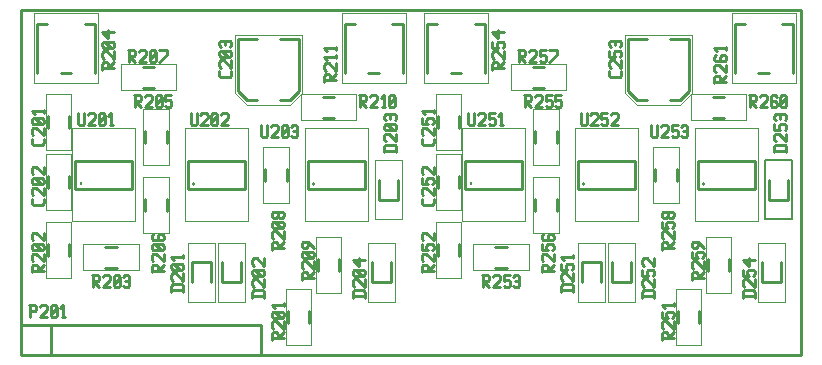
<source format=gbr>
G04 start of page 8 for group -4079 idx -4079 *
G04 Title: 26.006.01.01.01, topsilk *
G04 Creator: pcb 20100929 *
G04 CreationDate: Sat Mar 21 19:35:30 2015 UTC *
G04 For: bert *
G04 Format: Gerber/RS-274X *
G04 PCB-Dimensions: 260000 115000 *
G04 PCB-Coordinate-Origin: lower left *
%MOIN*%
%FSLAX25Y25*%
%LNFRONTSILK*%
%ADD11C,0.0100*%
%ADD32C,0.0000*%
%ADD33C,0.0050*%
G54D11*X0Y0D02*X260000D01*
Y115000D01*
X0D01*
Y0D01*
X230532Y78957D02*X234468D01*
X230532Y86043D02*X234468D01*
G54D32*X223226Y78207D02*X241774D01*
X223226Y86793D02*X241774D01*
Y78207D01*
X223226Y86793D02*Y78207D01*
G54D11*X202342Y105158D02*X208626D01*
X202342D02*Y87842D01*
X205342Y84842D01*
X208626D01*
X216374Y105158D02*X222658D01*
Y87842D01*
X219658Y84842D01*
X216374D02*X219658D01*
G54D32*X201342Y106658D02*X223658D01*
X205342Y83342D02*X219658D01*
X223658Y106658D02*Y87342D01*
X219658Y83342D01*
X201342Y106658D02*Y87342D01*
X205342Y83342D01*
G54D11*X237855Y110374D02*Y93839D01*
X257145Y110374D02*Y93839D01*
X237855Y110374D02*X241300D01*
X257145D02*X253700D01*
X249300Y93839D02*X245700D01*
G54D32*X236855Y113767D02*Y90733D01*
X258145Y113767D02*Y90733D01*
X236855Y113767D02*X258145D01*
Y90733D02*X236855D01*
G54D11*X186851Y30846D02*Y24154D01*
X193149Y30846D02*Y24154D01*
X186851Y30846D02*X193149D01*
G54D32*X185473Y37342D02*X194527D01*
X185473Y17658D02*X194527D01*
Y37342D02*Y17658D01*
X185473Y37342D02*Y17658D01*
G54D11*X203149Y30846D02*Y24154D01*
X196851Y30846D02*Y24154D01*
X203149D01*
G54D32*X195473Y17658D02*X204527D01*
X195473Y37342D02*X204527D01*
X195473D02*Y17658D01*
X204527Y37342D02*Y17658D01*
G54D11*X253149Y30846D02*Y24154D01*
X246851Y30846D02*Y24154D01*
X253149D01*
G54D32*X245473Y17658D02*X254527D01*
X245473Y37342D02*X254527D01*
X245473D02*Y17658D01*
X254527Y37342D02*Y17658D01*
G54D11*X255649Y58346D02*Y51654D01*
X249351Y58346D02*Y51654D01*
X255649D01*
G54D33*X247973Y45158D02*X257027D01*
X247973Y64842D02*X257027D01*
X247973D02*Y45158D01*
X257027Y64842D02*Y45158D01*
G54D11*X228957Y31968D02*Y28032D01*
X236043Y31968D02*Y28032D01*
G54D32*X228207Y39274D02*Y20726D01*
X236793Y39274D02*Y20726D01*
X228207D02*X236793D01*
X228207Y39274D02*X236793D01*
G54D11*X225500Y55276D02*X244500D01*
Y64724D02*Y55276D01*
X225500Y64724D02*X244500D01*
X225500D02*Y55276D01*
G54D32*X224500Y44500D02*X245500D01*
Y75500D02*Y44500D01*
X224500Y75500D02*X245500D01*
X224500D02*Y44500D01*
G54D11*X227500Y56900D02*G75*G03X227500Y56900I0J100D01*G01*
X218957Y14468D02*Y10532D01*
X226043Y14468D02*Y10532D01*
G54D32*X218207Y21774D02*Y3226D01*
X226793Y21774D02*Y3226D01*
X218207D02*X226793D01*
X218207Y21774D02*X226793D01*
G54D11*X211457Y61968D02*Y58032D01*
X218543Y61968D02*Y58032D01*
G54D32*X210707Y69274D02*Y50726D01*
X219293Y69274D02*Y50726D01*
X210707D02*X219293D01*
X210707Y69274D02*X219293D01*
G54D11*X185500Y55276D02*X204500D01*
Y64724D02*Y55276D01*
X185500Y64724D02*X204500D01*
X185500D02*Y55276D01*
G54D32*X184500Y44500D02*X205500D01*
Y75500D02*Y44500D01*
X184500Y75500D02*X205500D01*
X184500D02*Y44500D01*
G54D11*X187500Y56900D02*G75*G03X187500Y56900I0J100D01*G01*
X8957Y36968D02*Y33032D01*
X16043Y36968D02*Y33032D01*
G54D32*X8207Y44274D02*Y25726D01*
X16793Y44274D02*Y25726D01*
X8207D02*X16793D01*
X8207Y44274D02*X16793D01*
G54D11*X28032Y36043D02*X31968D01*
X28032Y28957D02*X31968D01*
G54D32*X20726Y36793D02*X39274D01*
X20726Y28207D02*X39274D01*
X20726D02*Y36793D01*
X39274Y28207D02*Y36793D01*
G54D11*X80000Y10000D02*Y0D01*
X0Y10000D02*X80000D01*
X0Y0D02*X80000D01*
X10000Y10000D02*Y0D01*
X0Y10000D02*Y0D01*
X88957Y14468D02*Y10532D01*
X96043Y14468D02*Y10532D01*
G54D32*X88207Y21774D02*Y3226D01*
X96793Y21774D02*Y3226D01*
X88207D02*X96793D01*
X88207Y21774D02*X96793D01*
G54D11*X8957Y79468D02*Y75532D01*
X16043Y79468D02*Y75532D01*
G54D32*X8207Y86774D02*Y68226D01*
X16793Y86774D02*Y68226D01*
X8207D02*X16793D01*
X8207Y86774D02*X16793D01*
G54D11*X18000Y55276D02*X37000D01*
Y64724D02*Y55276D01*
X18000Y64724D02*X37000D01*
X18000D02*Y55276D01*
G54D32*X17000Y44500D02*X38000D01*
Y75500D02*Y44500D01*
X17000Y75500D02*X38000D01*
X17000D02*Y44500D01*
G54D11*X20000Y56900D02*G75*G03X20000Y56900I0J100D01*G01*
X16043Y59468D02*Y55532D01*
X8957Y59468D02*Y55532D01*
G54D32*X16793Y66774D02*Y48226D01*
X8207Y66774D02*Y48226D01*
Y66774D02*X16793D01*
X8207Y48226D02*X16793D01*
G54D11*X5355Y110374D02*Y93839D01*
X24645Y110374D02*Y93839D01*
X5355Y110374D02*X8800D01*
X24645D02*X21200D01*
X16800Y93839D02*X13200D01*
G54D32*X4355Y113767D02*Y90733D01*
X25645Y113767D02*Y90733D01*
X4355Y113767D02*X25645D01*
Y90733D02*X4355D01*
G54D11*X55500Y55276D02*X74500D01*
Y64724D02*Y55276D01*
X55500Y64724D02*X74500D01*
X55500D02*Y55276D01*
G54D32*X54500Y44500D02*X75500D01*
Y75500D02*Y44500D01*
X54500Y75500D02*X75500D01*
X54500D02*Y44500D01*
G54D11*X57500Y56900D02*G75*G03X57500Y56900I0J100D01*G01*
X73149Y30846D02*Y24154D01*
X66851Y30846D02*Y24154D01*
X73149D01*
G54D32*X65473Y17658D02*X74527D01*
X65473Y37342D02*X74527D01*
X65473D02*Y17658D01*
X74527Y37342D02*Y17658D01*
G54D11*X56851Y30846D02*Y24154D01*
X63149Y30846D02*Y24154D01*
X56851Y30846D02*X63149D01*
G54D32*X55473Y37342D02*X64527D01*
X55473Y17658D02*X64527D01*
Y37342D02*Y17658D01*
X55473Y37342D02*Y17658D01*
G54D11*X41457Y74468D02*Y70532D01*
X48543Y74468D02*Y70532D01*
G54D32*X40707Y81774D02*Y63226D01*
X49293Y81774D02*Y63226D01*
X40707D02*X49293D01*
X40707Y81774D02*X49293D01*
G54D11*X41457Y51968D02*Y48032D01*
X48543Y51968D02*Y48032D01*
G54D32*X40707Y59274D02*Y40726D01*
X49293Y59274D02*Y40726D01*
X40707D02*X49293D01*
X40707Y59274D02*X49293D01*
G54D11*X138957Y79468D02*Y75532D01*
X146043Y79468D02*Y75532D01*
G54D32*X138207Y86774D02*Y68226D01*
X146793Y86774D02*Y68226D01*
X138207D02*X146793D01*
X138207Y86774D02*X146793D01*
G54D11*X138957Y36968D02*Y33032D01*
X146043Y36968D02*Y33032D01*
G54D32*X138207Y44274D02*Y25726D01*
X146793Y44274D02*Y25726D01*
X138207D02*X146793D01*
X138207Y44274D02*X146793D01*
G54D11*X123149Y30846D02*Y24154D01*
X116851Y30846D02*Y24154D01*
X123149D01*
G54D32*X115473Y17658D02*X124527D01*
X115473Y37342D02*X124527D01*
X115473D02*Y17658D01*
X124527Y37342D02*Y17658D01*
G54D11*X98957Y31968D02*Y28032D01*
X106043Y31968D02*Y28032D01*
G54D32*X98207Y39274D02*Y20726D01*
X106793Y39274D02*Y20726D01*
X98207D02*X106793D01*
X98207Y39274D02*X106793D01*
G54D11*X158032Y36043D02*X161968D01*
X158032Y28957D02*X161968D01*
G54D32*X150726Y36793D02*X169274D01*
X150726Y28207D02*X169274D01*
X150726D02*Y36793D01*
X169274Y28207D02*Y36793D01*
G54D11*X40532Y96043D02*X44468D01*
X40532Y88957D02*X44468D01*
G54D32*X33226Y96793D02*X51774D01*
X33226Y88207D02*X51774D01*
X33226D02*Y96793D01*
X51774Y88207D02*Y96793D01*
G54D11*X135355Y110374D02*Y93839D01*
X154645Y110374D02*Y93839D01*
X135355Y110374D02*X138800D01*
X154645D02*X151200D01*
X146800Y93839D02*X143200D01*
G54D32*X134355Y113767D02*Y90733D01*
X155645Y113767D02*Y90733D01*
X134355Y113767D02*X155645D01*
Y90733D02*X134355D01*
G54D11*X72342Y105158D02*X78626D01*
X72342D02*Y87842D01*
X75342Y84842D01*
X78626D01*
X86374Y105158D02*X92658D01*
Y87842D01*
X89658Y84842D01*
X86374D02*X89658D01*
G54D32*X71342Y106658D02*X93658D01*
X75342Y83342D02*X89658D01*
X93658Y106658D02*Y87342D01*
X89658Y83342D01*
X71342Y106658D02*Y87342D01*
X75342Y83342D01*
G54D11*X107855Y110374D02*Y93839D01*
X127145Y110374D02*Y93839D01*
X107855Y110374D02*X111300D01*
X127145D02*X123700D01*
X119300Y93839D02*X115700D01*
G54D32*X106855Y113767D02*Y90733D01*
X128145Y113767D02*Y90733D01*
X106855Y113767D02*X128145D01*
Y90733D02*X106855D01*
G54D11*X100532Y78957D02*X104468D01*
X100532Y86043D02*X104468D01*
G54D32*X93226Y78207D02*X111774D01*
X93226Y86793D02*X111774D01*
Y78207D01*
X93226Y86793D02*Y78207D01*
G54D11*X170532Y96043D02*X174468D01*
X170532Y88957D02*X174468D01*
G54D32*X163226Y96793D02*X181774D01*
X163226Y88207D02*X181774D01*
X163226D02*Y96793D01*
X181774Y88207D02*Y96793D01*
G54D11*X171457Y74468D02*Y70532D01*
X178543Y74468D02*Y70532D01*
G54D32*X170707Y81774D02*Y63226D01*
X179293Y81774D02*Y63226D01*
X170707D02*X179293D01*
X170707Y81774D02*X179293D01*
G54D11*X81457Y61968D02*Y58032D01*
X88543Y61968D02*Y58032D01*
G54D32*X80707Y69274D02*Y50726D01*
X89293Y69274D02*Y50726D01*
X80707D02*X89293D01*
X80707Y69274D02*X89293D01*
G54D11*X125649Y58346D02*Y51654D01*
X119351Y58346D02*Y51654D01*
X125649D01*
G54D32*X117973Y45158D02*X127027D01*
X117973Y64842D02*X127027D01*
X117973D02*Y45158D01*
X127027Y64842D02*Y45158D01*
G54D11*X146043Y59468D02*Y55532D01*
X138957Y59468D02*Y55532D01*
G54D32*X146793Y66774D02*Y48226D01*
X138207Y66774D02*Y48226D01*
Y66774D02*X146793D01*
X138207Y48226D02*X146793D01*
G54D11*X148000Y55276D02*X167000D01*
Y64724D02*Y55276D01*
X148000Y64724D02*X167000D01*
X148000D02*Y55276D01*
G54D32*X147000Y44500D02*X168000D01*
Y75500D02*Y44500D01*
X147000Y75500D02*X168000D01*
X147000D02*Y44500D01*
G54D11*X150000Y56900D02*G75*G03X150000Y56900I0J100D01*G01*
X171457Y51968D02*Y48032D01*
X178543Y51968D02*Y48032D01*
G54D32*X170707Y59274D02*Y40726D01*
X179293Y59274D02*Y40726D01*
X170707D02*X179293D01*
X170707Y59274D02*X179293D01*
G54D11*X95500Y55276D02*X114500D01*
Y64724D02*Y55276D01*
X95500Y64724D02*X114500D01*
X95500D02*Y55276D01*
G54D32*X94500Y44500D02*X115500D01*
Y75500D02*Y44500D01*
X94500Y75500D02*X115500D01*
X94500D02*Y44500D01*
G54D11*X97500Y56900D02*G75*G03X97500Y56900I0J100D01*G01*
X242500Y86500D02*X244500D01*
X245000Y86000D01*
Y85000D01*
X244500Y84500D02*X245000Y85000D01*
X243000Y84500D02*X244500D01*
X243000Y86500D02*Y82500D01*
Y84500D02*X245000Y82500D01*
X246201Y86000D02*X246701Y86500D01*
X248201D01*
X248701Y86000D01*
Y85000D01*
X246201Y82500D02*X248701Y85000D01*
X246201Y82500D02*X248701D01*
X251402Y86500D02*X251902Y86000D01*
X250402Y86500D02*X251402D01*
X249902Y86000D02*X250402Y86500D01*
X249902Y86000D02*Y83000D01*
X250402Y82500D01*
X251402Y84500D02*X251902Y84000D01*
X249902Y84500D02*X251402D01*
X250402Y82500D02*X251402D01*
X251902Y83000D01*
Y84000D02*Y83000D01*
X253103D02*X253603Y82500D01*
X253103Y86000D02*Y83000D01*
Y86000D02*X253603Y86500D01*
X254603D01*
X255103Y86000D01*
Y83000D01*
X254603Y82500D02*X255103Y83000D01*
X253603Y82500D02*X254603D01*
X253103Y83500D02*X255103Y85500D01*
X231000Y92500D02*Y90500D01*
Y92500D02*X231500Y93000D01*
X232500D01*
X233000Y92500D02*X232500Y93000D01*
X233000Y92500D02*Y91000D01*
X231000D02*X235000D01*
X233000D02*X235000Y93000D01*
X231500Y94201D02*X231000Y94701D01*
Y96201D02*Y94701D01*
Y96201D02*X231500Y96701D01*
X232500D01*
X235000Y94201D02*X232500Y96701D01*
X235000D02*Y94201D01*
X231000Y99402D02*X231500Y99902D01*
X231000Y99402D02*Y98402D01*
X231500Y97902D02*X231000Y98402D01*
X231500Y97902D02*X234500D01*
X235000Y98402D01*
X233000Y99402D02*X233500Y99902D01*
X233000Y99402D02*Y97902D01*
X235000Y99402D02*Y98402D01*
Y99402D02*X234500Y99902D01*
X233500D02*X234500D01*
X235000Y102603D02*Y101603D01*
X231000Y102103D02*X235000D01*
X232000Y101103D02*X231000Y102103D01*
X207000Y19500D02*X211000D01*
X207000Y21000D02*X207500Y21500D01*
X210500D01*
X211000Y21000D02*X210500Y21500D01*
X211000Y21000D02*Y19000D01*
X207000Y21000D02*Y19000D01*
X207500Y22701D02*X207000Y23201D01*
Y24701D02*Y23201D01*
Y24701D02*X207500Y25201D01*
X208500D01*
X211000Y22701D02*X208500Y25201D01*
X211000D02*Y22701D01*
X207000Y28402D02*Y26402D01*
X209000D01*
X208500Y26902D01*
Y27902D02*Y26902D01*
Y27902D02*X209000Y28402D01*
X210500D01*
X211000Y27902D02*X210500Y28402D01*
X211000Y27902D02*Y26902D01*
X210500Y26402D02*X211000Y26902D01*
X207500Y29603D02*X207000Y30103D01*
Y31603D02*Y30103D01*
Y31603D02*X207500Y32103D01*
X208500D01*
X211000Y29603D02*X208500Y32103D01*
X211000D02*Y29603D01*
X240500Y19500D02*X244500D01*
X240500Y21000D02*X241000Y21500D01*
X244000D01*
X244500Y21000D02*X244000Y21500D01*
X244500Y21000D02*Y19000D01*
X240500Y21000D02*Y19000D01*
X241000Y22701D02*X240500Y23201D01*
Y24701D02*Y23201D01*
Y24701D02*X241000Y25201D01*
X242000D01*
X244500Y22701D02*X242000Y25201D01*
X244500D02*Y22701D01*
X240500Y28402D02*Y26402D01*
X242500D01*
X242000Y26902D01*
Y27902D02*Y26902D01*
Y27902D02*X242500Y28402D01*
X244000D01*
X244500Y27902D02*X244000Y28402D01*
X244500Y27902D02*Y26902D01*
X244000Y26402D02*X244500Y26902D01*
X242500Y29603D02*X240500Y31603D01*
X242500Y32103D02*Y29603D01*
X240500Y31603D02*X244500D01*
X223500Y27000D02*Y25000D01*
Y27000D02*X224000Y27500D01*
X225000D01*
X225500Y27000D02*X225000Y27500D01*
X225500Y27000D02*Y25500D01*
X223500D02*X227500D01*
X225500D02*X227500Y27500D01*
X224000Y28701D02*X223500Y29201D01*
Y30701D02*Y29201D01*
Y30701D02*X224000Y31201D01*
X225000D01*
X227500Y28701D02*X225000Y31201D01*
X227500D02*Y28701D01*
X223500Y34402D02*Y32402D01*
X225500D01*
X225000Y32902D01*
Y33902D02*Y32902D01*
Y33902D02*X225500Y34402D01*
X227000D01*
X227500Y33902D02*X227000Y34402D01*
X227500Y33902D02*Y32902D01*
X227000Y32402D02*X227500Y32902D01*
Y35603D02*X225500Y37603D01*
X224000D02*X225500D01*
X223500Y37103D02*X224000Y37603D01*
X223500Y37103D02*Y36103D01*
X224000Y35603D02*X223500Y36103D01*
X224000Y35603D02*X225000D01*
X225500Y36103D01*
Y37603D02*Y36103D01*
X213500Y7000D02*Y5000D01*
Y7000D02*X214000Y7500D01*
X215000D01*
X215500Y7000D02*X215000Y7500D01*
X215500Y7000D02*Y5500D01*
X213500D02*X217500D01*
X215500D02*X217500Y7500D01*
X214000Y8701D02*X213500Y9201D01*
Y10701D02*Y9201D01*
Y10701D02*X214000Y11201D01*
X215000D01*
X217500Y8701D02*X215000Y11201D01*
X217500D02*Y8701D01*
X213500Y14402D02*Y12402D01*
X215500D01*
X215000Y12902D01*
Y13902D02*Y12902D01*
Y13902D02*X215500Y14402D01*
X217000D01*
X217500Y13902D02*X217000Y14402D01*
X217500Y13902D02*Y12902D01*
X217000Y12402D02*X217500Y12902D01*
Y17103D02*Y16103D01*
X213500Y16603D02*X217500D01*
X214500Y15603D02*X213500Y16603D01*
Y37000D02*Y35000D01*
Y37000D02*X214000Y37500D01*
X215000D01*
X215500Y37000D02*X215000Y37500D01*
X215500Y37000D02*Y35500D01*
X213500D02*X217500D01*
X215500D02*X217500Y37500D01*
X214000Y38701D02*X213500Y39201D01*
Y40701D02*Y39201D01*
Y40701D02*X214000Y41201D01*
X215000D01*
X217500Y38701D02*X215000Y41201D01*
X217500D02*Y38701D01*
X213500Y44402D02*Y42402D01*
X215500D01*
X215000Y42902D01*
Y43902D02*Y42902D01*
Y43902D02*X215500Y44402D01*
X217000D01*
X217500Y43902D02*X217000Y44402D01*
X217500Y43902D02*Y42902D01*
X217000Y42402D02*X217500Y42902D01*
X217000Y45603D02*X217500Y46103D01*
X216000Y45603D02*X217000D01*
X216000D02*X215500Y46103D01*
Y47103D02*Y46103D01*
Y47103D02*X216000Y47603D01*
X217000D01*
X217500Y47103D02*X217000Y47603D01*
X217500Y47103D02*Y46103D01*
X215000Y45603D02*X215500Y46103D01*
X214000Y45603D02*X215000D01*
X214000D02*X213500Y46103D01*
Y47103D02*Y46103D01*
Y47103D02*X214000Y47603D01*
X215000D01*
X215500Y47103D02*X215000Y47603D01*
X251000Y68000D02*X255000D01*
X251000Y69500D02*X251500Y70000D01*
X254500D01*
X255000Y69500D02*X254500Y70000D01*
X255000Y69500D02*Y67500D01*
X251000Y69500D02*Y67500D01*
X251500Y71201D02*X251000Y71701D01*
Y73201D02*Y71701D01*
Y73201D02*X251500Y73701D01*
X252500D01*
X255000Y71201D02*X252500Y73701D01*
X255000D02*Y71201D01*
X251000Y76902D02*Y74902D01*
X253000D01*
X252500Y75402D01*
Y76402D02*Y75402D01*
Y76402D02*X253000Y76902D01*
X254500D01*
X255000Y76402D02*X254500Y76902D01*
X255000Y76402D02*Y75402D01*
X254500Y74902D02*X255000Y75402D01*
X251500Y78103D02*X251000Y78603D01*
Y79603D02*Y78603D01*
Y79603D02*X251500Y80103D01*
X254500D01*
X255000Y79603D02*X254500Y80103D01*
X255000Y79603D02*Y78603D01*
X254500Y78103D02*X255000Y78603D01*
X253000Y80103D02*Y78603D01*
X210000Y76500D02*Y73000D01*
X210500Y72500D01*
X211500D01*
X212000Y73000D01*
Y76500D02*Y73000D01*
X213201Y76000D02*X213701Y76500D01*
X215201D01*
X215701Y76000D01*
Y75000D01*
X213201Y72500D02*X215701Y75000D01*
X213201Y72500D02*X215701D01*
X216902Y76500D02*X218902D01*
X216902D02*Y74500D01*
X217402Y75000D01*
X218402D01*
X218902Y74500D01*
Y73000D01*
X218402Y72500D02*X218902Y73000D01*
X217402Y72500D02*X218402D01*
X216902Y73000D02*X217402Y72500D01*
X220103Y76000D02*X220603Y76500D01*
X221603D01*
X222103Y76000D01*
Y73000D01*
X221603Y72500D02*X222103Y73000D01*
X220603Y72500D02*X221603D01*
X220103Y73000D02*X220603Y72500D01*
Y74500D02*X222103D01*
X3500Y29500D02*Y27500D01*
Y29500D02*X4000Y30000D01*
X5000D01*
X5500Y29500D02*X5000Y30000D01*
X5500Y29500D02*Y28000D01*
X3500D02*X7500D01*
X5500D02*X7500Y30000D01*
X4000Y31201D02*X3500Y31701D01*
Y33201D02*Y31701D01*
Y33201D02*X4000Y33701D01*
X5000D01*
X7500Y31201D02*X5000Y33701D01*
X7500D02*Y31201D01*
X7000Y34902D02*X7500Y35402D01*
X4000Y34902D02*X7000D01*
X4000D02*X3500Y35402D01*
Y36402D02*Y35402D01*
Y36402D02*X4000Y36902D01*
X7000D01*
X7500Y36402D02*X7000Y36902D01*
X7500Y36402D02*Y35402D01*
X6500Y34902D02*X4500Y36902D01*
X4000Y38103D02*X3500Y38603D01*
Y40103D02*Y38603D01*
Y40103D02*X4000Y40603D01*
X5000D01*
X7500Y38103D02*X5000Y40603D01*
X7500D02*Y38103D01*
X3000Y16500D02*Y12500D01*
X2500Y16500D02*X4500D01*
X5000Y16000D01*
Y15000D01*
X4500Y14500D02*X5000Y15000D01*
X3000Y14500D02*X4500D01*
X6201Y16000D02*X6701Y16500D01*
X8201D01*
X8701Y16000D01*
Y15000D01*
X6201Y12500D02*X8701Y15000D01*
X6201Y12500D02*X8701D01*
X9902Y13000D02*X10402Y12500D01*
X9902Y16000D02*Y13000D01*
Y16000D02*X10402Y16500D01*
X11402D01*
X11902Y16000D01*
Y13000D01*
X11402Y12500D02*X11902Y13000D01*
X10402Y12500D02*X11402D01*
X9902Y13500D02*X11902Y15500D01*
X13603Y12500D02*X14603D01*
X14103Y16500D02*Y12500D01*
X13103Y15500D02*X14103Y16500D01*
X7500Y52000D02*Y50500D01*
X7000Y50000D02*X7500Y50500D01*
X4000Y50000D02*X7000D01*
X4000D02*X3500Y50500D01*
Y52000D02*Y50500D01*
X4000Y53201D02*X3500Y53701D01*
Y55201D02*Y53701D01*
Y55201D02*X4000Y55701D01*
X5000D01*
X7500Y53201D02*X5000Y55701D01*
X7500D02*Y53201D01*
X7000Y56902D02*X7500Y57402D01*
X4000Y56902D02*X7000D01*
X4000D02*X3500Y57402D01*
Y58402D02*Y57402D01*
Y58402D02*X4000Y58902D01*
X7000D01*
X7500Y58402D02*X7000Y58902D01*
X7500Y58402D02*Y57402D01*
X6500Y56902D02*X4500Y58902D01*
X4000Y60103D02*X3500Y60603D01*
Y62103D02*Y60603D01*
Y62103D02*X4000Y62603D01*
X5000D01*
X7500Y60103D02*X5000Y62603D01*
X7500D02*Y60103D01*
X23500Y26500D02*X25500D01*
X26000Y26000D01*
Y25000D01*
X25500Y24500D02*X26000Y25000D01*
X24000Y24500D02*X25500D01*
X24000Y26500D02*Y22500D01*
Y24500D02*X26000Y22500D01*
X27201Y26000D02*X27701Y26500D01*
X29201D01*
X29701Y26000D01*
Y25000D01*
X27201Y22500D02*X29701Y25000D01*
X27201Y22500D02*X29701D01*
X30902Y23000D02*X31402Y22500D01*
X30902Y26000D02*Y23000D01*
Y26000D02*X31402Y26500D01*
X32402D01*
X32902Y26000D01*
Y23000D01*
X32402Y22500D02*X32902Y23000D01*
X31402Y22500D02*X32402D01*
X30902Y23500D02*X32902Y25500D01*
X34103Y26000D02*X34603Y26500D01*
X35603D01*
X36103Y26000D01*
Y23000D01*
X35603Y22500D02*X36103Y23000D01*
X34603Y22500D02*X35603D01*
X34103Y23000D02*X34603Y22500D01*
Y24500D02*X36103D01*
X43500Y29500D02*Y27500D01*
Y29500D02*X44000Y30000D01*
X45000D01*
X45500Y29500D02*X45000Y30000D01*
X45500Y29500D02*Y28000D01*
X43500D02*X47500D01*
X45500D02*X47500Y30000D01*
X44000Y31201D02*X43500Y31701D01*
Y33201D02*Y31701D01*
Y33201D02*X44000Y33701D01*
X45000D01*
X47500Y31201D02*X45000Y33701D01*
X47500D02*Y31201D01*
X47000Y34902D02*X47500Y35402D01*
X44000Y34902D02*X47000D01*
X44000D02*X43500Y35402D01*
Y36402D02*Y35402D01*
Y36402D02*X44000Y36902D01*
X47000D01*
X47500Y36402D02*X47000Y36902D01*
X47500Y36402D02*Y35402D01*
X46500Y34902D02*X44500Y36902D01*
X43500Y39603D02*X44000Y40103D01*
X43500Y39603D02*Y38603D01*
X44000Y38103D02*X43500Y38603D01*
X44000Y38103D02*X47000D01*
X47500Y38603D01*
X45500Y39603D02*X46000Y40103D01*
X45500Y39603D02*Y38103D01*
X47500Y39603D02*Y38603D01*
Y39603D02*X47000Y40103D01*
X46000D02*X47000D01*
X49995Y21516D02*X53995D01*
X49995Y23016D02*X50495Y23516D01*
X53495D01*
X53995Y23016D02*X53495Y23516D01*
X53995Y23016D02*Y21016D01*
X49995Y23016D02*Y21016D01*
X50495Y24717D02*X49995Y25217D01*
Y26717D02*Y25217D01*
Y26717D02*X50495Y27217D01*
X51495D01*
X53995Y24717D02*X51495Y27217D01*
X53995D02*Y24717D01*
X53495Y28418D02*X53995Y28918D01*
X50495Y28418D02*X53495D01*
X50495D02*X49995Y28918D01*
Y29918D02*Y28918D01*
Y29918D02*X50495Y30418D01*
X53495D01*
X53995Y29918D02*X53495Y30418D01*
X53995Y29918D02*Y28918D01*
X52995Y28418D02*X50995Y30418D01*
X53995Y33119D02*Y32119D01*
X49995Y32619D02*X53995D01*
X50995Y31619D02*X49995Y32619D01*
X93500Y27000D02*Y25000D01*
Y27000D02*X94000Y27500D01*
X95000D01*
X95500Y27000D02*X95000Y27500D01*
X95500Y27000D02*Y25500D01*
X93500D02*X97500D01*
X95500D02*X97500Y27500D01*
X94000Y28701D02*X93500Y29201D01*
Y30701D02*Y29201D01*
Y30701D02*X94000Y31201D01*
X95000D01*
X97500Y28701D02*X95000Y31201D01*
X97500D02*Y28701D01*
X97000Y32402D02*X97500Y32902D01*
X94000Y32402D02*X97000D01*
X94000D02*X93500Y32902D01*
Y33902D02*Y32902D01*
Y33902D02*X94000Y34402D01*
X97000D01*
X97500Y33902D02*X97000Y34402D01*
X97500Y33902D02*Y32902D01*
X96500Y32402D02*X94500Y34402D01*
X97500Y35603D02*X95500Y37603D01*
X94000D02*X95500D01*
X93500Y37103D02*X94000Y37603D01*
X93500Y37103D02*Y36103D01*
X94000Y35603D02*X93500Y36103D01*
X94000Y35603D02*X95000D01*
X95500Y36103D01*
Y37603D02*Y36103D01*
X83500Y37000D02*Y35000D01*
Y37000D02*X84000Y37500D01*
X85000D01*
X85500Y37000D02*X85000Y37500D01*
X85500Y37000D02*Y35500D01*
X83500D02*X87500D01*
X85500D02*X87500Y37500D01*
X84000Y38701D02*X83500Y39201D01*
Y40701D02*Y39201D01*
Y40701D02*X84000Y41201D01*
X85000D01*
X87500Y38701D02*X85000Y41201D01*
X87500D02*Y38701D01*
X87000Y42402D02*X87500Y42902D01*
X84000Y42402D02*X87000D01*
X84000D02*X83500Y42902D01*
Y43902D02*Y42902D01*
Y43902D02*X84000Y44402D01*
X87000D01*
X87500Y43902D02*X87000Y44402D01*
X87500Y43902D02*Y42902D01*
X86500Y42402D02*X84500Y44402D01*
X87000Y45603D02*X87500Y46103D01*
X86000Y45603D02*X87000D01*
X86000D02*X85500Y46103D01*
Y47103D02*Y46103D01*
Y47103D02*X86000Y47603D01*
X87000D01*
X87500Y47103D02*X87000Y47603D01*
X87500Y47103D02*Y46103D01*
X85000Y45603D02*X85500Y46103D01*
X84000Y45603D02*X85000D01*
X84000D02*X83500Y46103D01*
Y47103D02*Y46103D01*
Y47103D02*X84000Y47603D01*
X85000D01*
X85500Y47103D02*X85000Y47603D01*
X83500Y7000D02*Y5000D01*
Y7000D02*X84000Y7500D01*
X85000D01*
X85500Y7000D02*X85000Y7500D01*
X85500Y7000D02*Y5500D01*
X83500D02*X87500D01*
X85500D02*X87500Y7500D01*
X84000Y8701D02*X83500Y9201D01*
Y10701D02*Y9201D01*
Y10701D02*X84000Y11201D01*
X85000D01*
X87500Y8701D02*X85000Y11201D01*
X87500D02*Y8701D01*
X87000Y12402D02*X87500Y12902D01*
X84000Y12402D02*X87000D01*
X84000D02*X83500Y12902D01*
Y13902D02*Y12902D01*
Y13902D02*X84000Y14402D01*
X87000D01*
X87500Y13902D02*X87000Y14402D01*
X87500Y13902D02*Y12902D01*
X86500Y12402D02*X84500Y14402D01*
X87500Y17103D02*Y16103D01*
X83500Y16603D02*X87500D01*
X84500Y15603D02*X83500Y16603D01*
X77000Y19500D02*X81000D01*
X77000Y21000D02*X77500Y21500D01*
X80500D01*
X81000Y21000D02*X80500Y21500D01*
X81000Y21000D02*Y19000D01*
X77000Y21000D02*Y19000D01*
X77500Y22701D02*X77000Y23201D01*
Y24701D02*Y23201D01*
Y24701D02*X77500Y25201D01*
X78500D01*
X81000Y22701D02*X78500Y25201D01*
X81000D02*Y22701D01*
X80500Y26402D02*X81000Y26902D01*
X77500Y26402D02*X80500D01*
X77500D02*X77000Y26902D01*
Y27902D02*Y26902D01*
Y27902D02*X77500Y28402D01*
X80500D01*
X81000Y27902D02*X80500Y28402D01*
X81000Y27902D02*Y26902D01*
X80000Y26402D02*X78000Y28402D01*
X77500Y29603D02*X77000Y30103D01*
Y31603D02*Y30103D01*
Y31603D02*X77500Y32103D01*
X78500D01*
X81000Y29603D02*X78500Y32103D01*
X81000D02*Y29603D01*
X153500Y26500D02*X155500D01*
X156000Y26000D01*
Y25000D01*
X155500Y24500D02*X156000Y25000D01*
X154000Y24500D02*X155500D01*
X154000Y26500D02*Y22500D01*
Y24500D02*X156000Y22500D01*
X157201Y26000D02*X157701Y26500D01*
X159201D01*
X159701Y26000D01*
Y25000D01*
X157201Y22500D02*X159701Y25000D01*
X157201Y22500D02*X159701D01*
X160902Y26500D02*X162902D01*
X160902D02*Y24500D01*
X161402Y25000D01*
X162402D01*
X162902Y24500D01*
Y23000D01*
X162402Y22500D02*X162902Y23000D01*
X161402Y22500D02*X162402D01*
X160902Y23000D02*X161402Y22500D01*
X164103Y26000D02*X164603Y26500D01*
X165603D01*
X166103Y26000D01*
Y23000D01*
X165603Y22500D02*X166103Y23000D01*
X164603Y22500D02*X165603D01*
X164103Y23000D02*X164603Y22500D01*
Y24500D02*X166103D01*
X200000Y94500D02*Y93000D01*
X199500Y92500D02*X200000Y93000D01*
X196500Y92500D02*X199500D01*
X196500D02*X196000Y93000D01*
Y94500D02*Y93000D01*
X196500Y95701D02*X196000Y96201D01*
Y97701D02*Y96201D01*
Y97701D02*X196500Y98201D01*
X197500D01*
X200000Y95701D02*X197500Y98201D01*
X200000D02*Y95701D01*
X196000Y101402D02*Y99402D01*
X198000D01*
X197500Y99902D01*
Y100902D02*Y99902D01*
Y100902D02*X198000Y101402D01*
X199500D01*
X200000Y100902D02*X199500Y101402D01*
X200000Y100902D02*Y99902D01*
X199500Y99402D02*X200000Y99902D01*
X196500Y102603D02*X196000Y103103D01*
Y104103D02*Y103103D01*
Y104103D02*X196500Y104603D01*
X199500D01*
X200000Y104103D02*X199500Y104603D01*
X200000Y104103D02*Y103103D01*
X199500Y102603D02*X200000Y103103D01*
X198000Y104603D02*Y103103D01*
X157000Y97000D02*Y95000D01*
Y97000D02*X157500Y97500D01*
X158500D01*
X159000Y97000D02*X158500Y97500D01*
X159000Y97000D02*Y95500D01*
X157000D02*X161000D01*
X159000D02*X161000Y97500D01*
X157500Y98701D02*X157000Y99201D01*
Y100701D02*Y99201D01*
Y100701D02*X157500Y101201D01*
X158500D01*
X161000Y98701D02*X158500Y101201D01*
X161000D02*Y98701D01*
X157000Y104402D02*Y102402D01*
X159000D01*
X158500Y102902D01*
Y103902D02*Y102902D01*
Y103902D02*X159000Y104402D01*
X160500D01*
X161000Y103902D02*X160500Y104402D01*
X161000Y103902D02*Y102902D01*
X160500Y102402D02*X161000Y102902D01*
X159000Y105603D02*X157000Y107603D01*
X159000Y108103D02*Y105603D01*
X157000Y107603D02*X161000D01*
X149000Y80500D02*Y77000D01*
X149500Y76500D01*
X150500D01*
X151000Y77000D01*
Y80500D02*Y77000D01*
X152201Y80000D02*X152701Y80500D01*
X154201D01*
X154701Y80000D01*
Y79000D01*
X152201Y76500D02*X154701Y79000D01*
X152201Y76500D02*X154701D01*
X155902Y80500D02*X157902D01*
X155902D02*Y78500D01*
X156402Y79000D01*
X157402D01*
X157902Y78500D01*
Y77000D01*
X157402Y76500D02*X157902Y77000D01*
X156402Y76500D02*X157402D01*
X155902Y77000D02*X156402Y76500D01*
X159603D02*X160603D01*
X160103Y80500D02*Y76500D01*
X159103Y79500D02*X160103Y80500D01*
X165500Y101500D02*X167500D01*
X168000Y101000D01*
Y100000D01*
X167500Y99500D02*X168000Y100000D01*
X166000Y99500D02*X167500D01*
X166000Y101500D02*Y97500D01*
Y99500D02*X168000Y97500D01*
X169201Y101000D02*X169701Y101500D01*
X171201D01*
X171701Y101000D01*
Y100000D01*
X169201Y97500D02*X171701Y100000D01*
X169201Y97500D02*X171701D01*
X172902Y101500D02*X174902D01*
X172902D02*Y99500D01*
X173402Y100000D01*
X174402D01*
X174902Y99500D01*
Y98000D01*
X174402Y97500D02*X174902Y98000D01*
X173402Y97500D02*X174402D01*
X172902Y98000D02*X173402Y97500D01*
X176103D02*X178603Y100000D01*
Y101500D02*Y100000D01*
X176103Y101500D02*X178603D01*
X167500Y86500D02*X169500D01*
X170000Y86000D01*
Y85000D01*
X169500Y84500D02*X170000Y85000D01*
X168000Y84500D02*X169500D01*
X168000Y86500D02*Y82500D01*
Y84500D02*X170000Y82500D01*
X171201Y86000D02*X171701Y86500D01*
X173201D01*
X173701Y86000D01*
Y85000D01*
X171201Y82500D02*X173701Y85000D01*
X171201Y82500D02*X173701D01*
X174902Y86500D02*X176902D01*
X174902D02*Y84500D01*
X175402Y85000D01*
X176402D01*
X176902Y84500D01*
Y83000D01*
X176402Y82500D02*X176902Y83000D01*
X175402Y82500D02*X176402D01*
X174902Y83000D02*X175402Y82500D01*
X178103Y86500D02*X180103D01*
X178103D02*Y84500D01*
X178603Y85000D01*
X179603D01*
X180103Y84500D01*
Y83000D01*
X179603Y82500D02*X180103Y83000D01*
X178603Y82500D02*X179603D01*
X178103Y83000D02*X178603Y82500D01*
X186500Y80500D02*Y77000D01*
X187000Y76500D01*
X188000D01*
X188500Y77000D01*
Y80500D02*Y77000D01*
X189701Y80000D02*X190201Y80500D01*
X191701D01*
X192201Y80000D01*
Y79000D01*
X189701Y76500D02*X192201Y79000D01*
X189701Y76500D02*X192201D01*
X193402Y80500D02*X195402D01*
X193402D02*Y78500D01*
X193902Y79000D01*
X194902D01*
X195402Y78500D01*
Y77000D01*
X194902Y76500D02*X195402Y77000D01*
X193902Y76500D02*X194902D01*
X193402Y77000D02*X193902Y76500D01*
X196603Y80000D02*X197103Y80500D01*
X198603D01*
X199103Y80000D01*
Y79000D01*
X196603Y76500D02*X199103Y79000D01*
X196603Y76500D02*X199103D01*
X37500Y86500D02*X39500D01*
X40000Y86000D01*
Y85000D01*
X39500Y84500D02*X40000Y85000D01*
X38000Y84500D02*X39500D01*
X38000Y86500D02*Y82500D01*
Y84500D02*X40000Y82500D01*
X41201Y86000D02*X41701Y86500D01*
X43201D01*
X43701Y86000D01*
Y85000D01*
X41201Y82500D02*X43701Y85000D01*
X41201Y82500D02*X43701D01*
X44902Y83000D02*X45402Y82500D01*
X44902Y86000D02*Y83000D01*
Y86000D02*X45402Y86500D01*
X46402D01*
X46902Y86000D01*
Y83000D01*
X46402Y82500D02*X46902Y83000D01*
X45402Y82500D02*X46402D01*
X44902Y83500D02*X46902Y85500D01*
X48103Y86500D02*X50103D01*
X48103D02*Y84500D01*
X48603Y85000D01*
X49603D01*
X50103Y84500D01*
Y83000D01*
X49603Y82500D02*X50103Y83000D01*
X48603Y82500D02*X49603D01*
X48103Y83000D02*X48603Y82500D01*
X35500Y101500D02*X37500D01*
X38000Y101000D01*
Y100000D01*
X37500Y99500D02*X38000Y100000D01*
X36000Y99500D02*X37500D01*
X36000Y101500D02*Y97500D01*
Y99500D02*X38000Y97500D01*
X39201Y101000D02*X39701Y101500D01*
X41201D01*
X41701Y101000D01*
Y100000D01*
X39201Y97500D02*X41701Y100000D01*
X39201Y97500D02*X41701D01*
X42902Y98000D02*X43402Y97500D01*
X42902Y101000D02*Y98000D01*
Y101000D02*X43402Y101500D01*
X44402D01*
X44902Y101000D01*
Y98000D01*
X44402Y97500D02*X44902Y98000D01*
X43402Y97500D02*X44402D01*
X42902Y98500D02*X44902Y100500D01*
X46103Y97500D02*X48603Y100000D01*
Y101500D02*Y100000D01*
X46103Y101500D02*X48603D01*
X19000Y80500D02*Y77000D01*
X19500Y76500D01*
X20500D01*
X21000Y77000D01*
Y80500D02*Y77000D01*
X22201Y80000D02*X22701Y80500D01*
X24201D01*
X24701Y80000D01*
Y79000D01*
X22201Y76500D02*X24701Y79000D01*
X22201Y76500D02*X24701D01*
X25902Y77000D02*X26402Y76500D01*
X25902Y80000D02*Y77000D01*
Y80000D02*X26402Y80500D01*
X27402D01*
X27902Y80000D01*
Y77000D01*
X27402Y76500D02*X27902Y77000D01*
X26402Y76500D02*X27402D01*
X25902Y77500D02*X27902Y79500D01*
X29603Y76500D02*X30603D01*
X30103Y80500D02*Y76500D01*
X29103Y79500D02*X30103Y80500D01*
X70000Y94500D02*Y93000D01*
X69500Y92500D02*X70000Y93000D01*
X66500Y92500D02*X69500D01*
X66500D02*X66000Y93000D01*
Y94500D02*Y93000D01*
X66500Y95701D02*X66000Y96201D01*
Y97701D02*Y96201D01*
Y97701D02*X66500Y98201D01*
X67500D01*
X70000Y95701D02*X67500Y98201D01*
X70000D02*Y95701D01*
X69500Y99402D02*X70000Y99902D01*
X66500Y99402D02*X69500D01*
X66500D02*X66000Y99902D01*
Y100902D02*Y99902D01*
Y100902D02*X66500Y101402D01*
X69500D01*
X70000Y100902D02*X69500Y101402D01*
X70000Y100902D02*Y99902D01*
X69000Y99402D02*X67000Y101402D01*
X66500Y102603D02*X66000Y103103D01*
Y104103D02*Y103103D01*
Y104103D02*X66500Y104603D01*
X69500D01*
X70000Y104103D02*X69500Y104603D01*
X70000Y104103D02*Y103103D01*
X69500Y102603D02*X70000Y103103D01*
X68000Y104603D02*Y103103D01*
X7500Y72000D02*Y70500D01*
X7000Y70000D02*X7500Y70500D01*
X4000Y70000D02*X7000D01*
X4000D02*X3500Y70500D01*
Y72000D02*Y70500D01*
X4000Y73201D02*X3500Y73701D01*
Y75201D02*Y73701D01*
Y75201D02*X4000Y75701D01*
X5000D01*
X7500Y73201D02*X5000Y75701D01*
X7500D02*Y73201D01*
X7000Y76902D02*X7500Y77402D01*
X4000Y76902D02*X7000D01*
X4000D02*X3500Y77402D01*
Y78402D02*Y77402D01*
Y78402D02*X4000Y78902D01*
X7000D01*
X7500Y78402D02*X7000Y78902D01*
X7500Y78402D02*Y77402D01*
X6500Y76902D02*X4500Y78902D01*
X7500Y81603D02*Y80603D01*
X3500Y81103D02*X7500D01*
X4500Y80103D02*X3500Y81103D01*
X27000Y97000D02*Y95000D01*
Y97000D02*X27500Y97500D01*
X28500D01*
X29000Y97000D02*X28500Y97500D01*
X29000Y97000D02*Y95500D01*
X27000D02*X31000D01*
X29000D02*X31000Y97500D01*
X27500Y98701D02*X27000Y99201D01*
Y100701D02*Y99201D01*
Y100701D02*X27500Y101201D01*
X28500D01*
X31000Y98701D02*X28500Y101201D01*
X31000D02*Y98701D01*
X30500Y102402D02*X31000Y102902D01*
X27500Y102402D02*X30500D01*
X27500D02*X27000Y102902D01*
Y103902D02*Y102902D01*
Y103902D02*X27500Y104402D01*
X30500D01*
X31000Y103902D02*X30500Y104402D01*
X31000Y103902D02*Y102902D01*
X30000Y102402D02*X28000Y104402D01*
X29000Y105603D02*X27000Y107603D01*
X29000Y108103D02*Y105603D01*
X27000Y107603D02*X31000D01*
X110500Y19500D02*X114500D01*
X110500Y21000D02*X111000Y21500D01*
X114000D01*
X114500Y21000D02*X114000Y21500D01*
X114500Y21000D02*Y19000D01*
X110500Y21000D02*Y19000D01*
X111000Y22701D02*X110500Y23201D01*
Y24701D02*Y23201D01*
Y24701D02*X111000Y25201D01*
X112000D01*
X114500Y22701D02*X112000Y25201D01*
X114500D02*Y22701D01*
X114000Y26402D02*X114500Y26902D01*
X111000Y26402D02*X114000D01*
X111000D02*X110500Y26902D01*
Y27902D02*Y26902D01*
Y27902D02*X111000Y28402D01*
X114000D01*
X114500Y27902D02*X114000Y28402D01*
X114500Y27902D02*Y26902D01*
X113500Y26402D02*X111500Y28402D01*
X112500Y29603D02*X110500Y31603D01*
X112500Y32103D02*Y29603D01*
X110500Y31603D02*X114500D01*
X137500Y52000D02*Y50500D01*
X137000Y50000D02*X137500Y50500D01*
X134000Y50000D02*X137000D01*
X134000D02*X133500Y50500D01*
Y52000D02*Y50500D01*
X134000Y53201D02*X133500Y53701D01*
Y55201D02*Y53701D01*
Y55201D02*X134000Y55701D01*
X135000D01*
X137500Y53201D02*X135000Y55701D01*
X137500D02*Y53201D01*
X133500Y58902D02*Y56902D01*
X135500D01*
X135000Y57402D01*
Y58402D02*Y57402D01*
Y58402D02*X135500Y58902D01*
X137000D01*
X137500Y58402D02*X137000Y58902D01*
X137500Y58402D02*Y57402D01*
X137000Y56902D02*X137500Y57402D01*
X134000Y60103D02*X133500Y60603D01*
Y62103D02*Y60603D01*
Y62103D02*X134000Y62603D01*
X135000D01*
X137500Y60103D02*X135000Y62603D01*
X137500D02*Y60103D01*
X133500Y29500D02*Y27500D01*
Y29500D02*X134000Y30000D01*
X135000D01*
X135500Y29500D02*X135000Y30000D01*
X135500Y29500D02*Y28000D01*
X133500D02*X137500D01*
X135500D02*X137500Y30000D01*
X134000Y31201D02*X133500Y31701D01*
Y33201D02*Y31701D01*
Y33201D02*X134000Y33701D01*
X135000D01*
X137500Y31201D02*X135000Y33701D01*
X137500D02*Y31201D01*
X133500Y36902D02*Y34902D01*
X135500D01*
X135000Y35402D01*
Y36402D02*Y35402D01*
Y36402D02*X135500Y36902D01*
X137000D01*
X137500Y36402D02*X137000Y36902D01*
X137500Y36402D02*Y35402D01*
X137000Y34902D02*X137500Y35402D01*
X134000Y38103D02*X133500Y38603D01*
Y40103D02*Y38603D01*
Y40103D02*X134000Y40603D01*
X135000D01*
X137500Y38103D02*X135000Y40603D01*
X137500D02*Y38103D01*
X179995Y21516D02*X183995D01*
X179995Y23016D02*X180495Y23516D01*
X183495D01*
X183995Y23016D02*X183495Y23516D01*
X183995Y23016D02*Y21016D01*
X179995Y23016D02*Y21016D01*
X180495Y24717D02*X179995Y25217D01*
Y26717D02*Y25217D01*
Y26717D02*X180495Y27217D01*
X181495D01*
X183995Y24717D02*X181495Y27217D01*
X183995D02*Y24717D01*
X179995Y30418D02*Y28418D01*
X181995D01*
X181495Y28918D01*
Y29918D02*Y28918D01*
Y29918D02*X181995Y30418D01*
X183495D01*
X183995Y29918D02*X183495Y30418D01*
X183995Y29918D02*Y28918D01*
X183495Y28418D02*X183995Y28918D01*
Y33119D02*Y32119D01*
X179995Y32619D02*X183995D01*
X180995Y31619D02*X179995Y32619D01*
X173500Y29500D02*Y27500D01*
Y29500D02*X174000Y30000D01*
X175000D01*
X175500Y29500D02*X175000Y30000D01*
X175500Y29500D02*Y28000D01*
X173500D02*X177500D01*
X175500D02*X177500Y30000D01*
X174000Y31201D02*X173500Y31701D01*
Y33201D02*Y31701D01*
Y33201D02*X174000Y33701D01*
X175000D01*
X177500Y31201D02*X175000Y33701D01*
X177500D02*Y31201D01*
X173500Y36902D02*Y34902D01*
X175500D01*
X175000Y35402D01*
Y36402D02*Y35402D01*
Y36402D02*X175500Y36902D01*
X177000D01*
X177500Y36402D02*X177000Y36902D01*
X177500Y36402D02*Y35402D01*
X177000Y34902D02*X177500Y35402D01*
X173500Y39603D02*X174000Y40103D01*
X173500Y39603D02*Y38603D01*
X174000Y38103D02*X173500Y38603D01*
X174000Y38103D02*X177000D01*
X177500Y38603D01*
X175500Y39603D02*X176000Y40103D01*
X175500Y39603D02*Y38103D01*
X177500Y39603D02*Y38603D01*
Y39603D02*X177000Y40103D01*
X176000D02*X177000D01*
X56500Y80500D02*Y77000D01*
X57000Y76500D01*
X58000D01*
X58500Y77000D01*
Y80500D02*Y77000D01*
X59701Y80000D02*X60201Y80500D01*
X61701D01*
X62201Y80000D01*
Y79000D01*
X59701Y76500D02*X62201Y79000D01*
X59701Y76500D02*X62201D01*
X63402Y77000D02*X63902Y76500D01*
X63402Y80000D02*Y77000D01*
Y80000D02*X63902Y80500D01*
X64902D01*
X65402Y80000D01*
Y77000D01*
X64902Y76500D02*X65402Y77000D01*
X63902Y76500D02*X64902D01*
X63402Y77500D02*X65402Y79500D01*
X66603Y80000D02*X67103Y80500D01*
X68603D01*
X69103Y80000D01*
Y79000D01*
X66603Y76500D02*X69103Y79000D01*
X66603Y76500D02*X69103D01*
X80000D02*Y73000D01*
X80500Y72500D01*
X81500D01*
X82000Y73000D01*
Y76500D02*Y73000D01*
X83201Y76000D02*X83701Y76500D01*
X85201D01*
X85701Y76000D01*
Y75000D01*
X83201Y72500D02*X85701Y75000D01*
X83201Y72500D02*X85701D01*
X86902Y73000D02*X87402Y72500D01*
X86902Y76000D02*Y73000D01*
Y76000D02*X87402Y76500D01*
X88402D01*
X88902Y76000D01*
Y73000D01*
X88402Y72500D02*X88902Y73000D01*
X87402Y72500D02*X88402D01*
X86902Y73500D02*X88902Y75500D01*
X90103Y76000D02*X90603Y76500D01*
X91603D01*
X92103Y76000D01*
Y73000D01*
X91603Y72500D02*X92103Y73000D01*
X90603Y72500D02*X91603D01*
X90103Y73000D02*X90603Y72500D01*
Y74500D02*X92103D01*
X101000Y93000D02*Y91000D01*
Y93000D02*X101500Y93500D01*
X102500D01*
X103000Y93000D02*X102500Y93500D01*
X103000Y93000D02*Y91500D01*
X101000D02*X105000D01*
X103000D02*X105000Y93500D01*
X101500Y94701D02*X101000Y95201D01*
Y96701D02*Y95201D01*
Y96701D02*X101500Y97201D01*
X102500D01*
X105000Y94701D02*X102500Y97201D01*
X105000D02*Y94701D01*
Y99902D02*Y98902D01*
X101000Y99402D02*X105000D01*
X102000Y98402D02*X101000Y99402D01*
X105000Y102603D02*Y101603D01*
X101000Y102103D02*X105000D01*
X102000Y101103D02*X101000Y102103D01*
X121000Y68000D02*X125000D01*
X121000Y69500D02*X121500Y70000D01*
X124500D01*
X125000Y69500D02*X124500Y70000D01*
X125000Y69500D02*Y67500D01*
X121000Y69500D02*Y67500D01*
X121500Y71201D02*X121000Y71701D01*
Y73201D02*Y71701D01*
Y73201D02*X121500Y73701D01*
X122500D01*
X125000Y71201D02*X122500Y73701D01*
X125000D02*Y71201D01*
X124500Y74902D02*X125000Y75402D01*
X121500Y74902D02*X124500D01*
X121500D02*X121000Y75402D01*
Y76402D02*Y75402D01*
Y76402D02*X121500Y76902D01*
X124500D01*
X125000Y76402D02*X124500Y76902D01*
X125000Y76402D02*Y75402D01*
X124000Y74902D02*X122000Y76902D01*
X121500Y78103D02*X121000Y78603D01*
Y79603D02*Y78603D01*
Y79603D02*X121500Y80103D01*
X124500D01*
X125000Y79603D02*X124500Y80103D01*
X125000Y79603D02*Y78603D01*
X124500Y78103D02*X125000Y78603D01*
X123000Y80103D02*Y78603D01*
X112500Y86500D02*X114500D01*
X115000Y86000D01*
Y85000D01*
X114500Y84500D02*X115000Y85000D01*
X113000Y84500D02*X114500D01*
X113000Y86500D02*Y82500D01*
Y84500D02*X115000Y82500D01*
X116201Y86000D02*X116701Y86500D01*
X118201D01*
X118701Y86000D01*
Y85000D01*
X116201Y82500D02*X118701Y85000D01*
X116201Y82500D02*X118701D01*
X120402D02*X121402D01*
X120902Y86500D02*Y82500D01*
X119902Y85500D02*X120902Y86500D01*
X122603Y83000D02*X123103Y82500D01*
X122603Y86000D02*Y83000D01*
Y86000D02*X123103Y86500D01*
X124103D01*
X124603Y86000D01*
Y83000D01*
X124103Y82500D02*X124603Y83000D01*
X123103Y82500D02*X124103D01*
X122603Y83500D02*X124603Y85500D01*
X137500Y72000D02*Y70500D01*
X137000Y70000D02*X137500Y70500D01*
X134000Y70000D02*X137000D01*
X134000D02*X133500Y70500D01*
Y72000D02*Y70500D01*
X134000Y73201D02*X133500Y73701D01*
Y75201D02*Y73701D01*
Y75201D02*X134000Y75701D01*
X135000D01*
X137500Y73201D02*X135000Y75701D01*
X137500D02*Y73201D01*
X133500Y78902D02*Y76902D01*
X135500D01*
X135000Y77402D01*
Y78402D02*Y77402D01*
Y78402D02*X135500Y78902D01*
X137000D01*
X137500Y78402D02*X137000Y78902D01*
X137500Y78402D02*Y77402D01*
X137000Y76902D02*X137500Y77402D01*
Y81603D02*Y80603D01*
X133500Y81103D02*X137500D01*
X134500Y80103D02*X133500Y81103D01*
M02*

</source>
